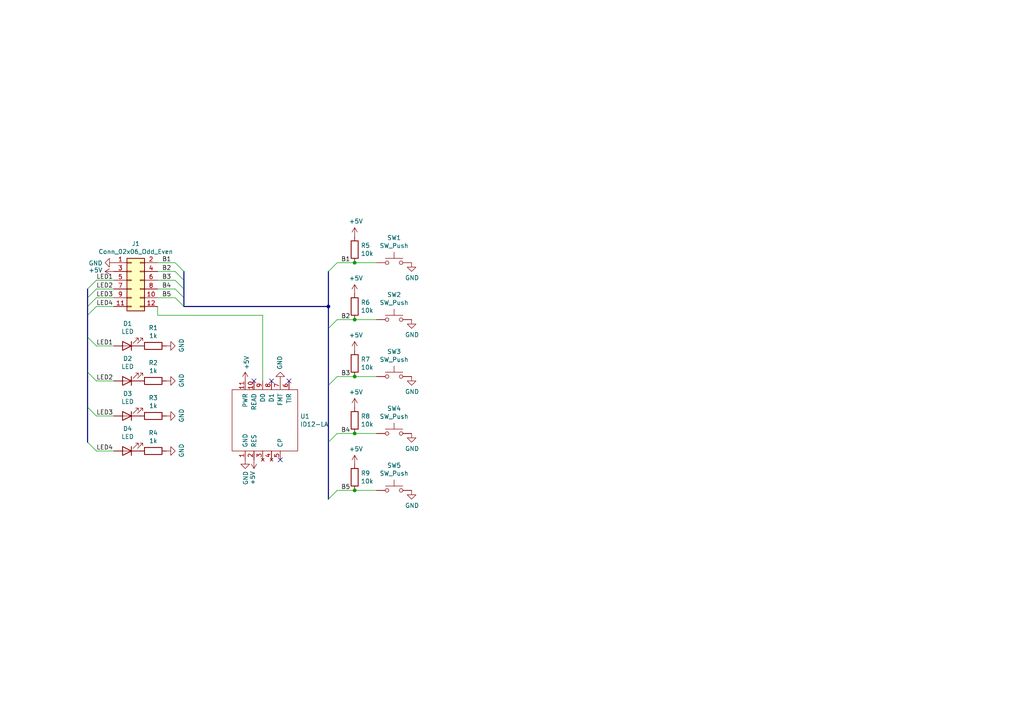
<source format=kicad_sch>
(kicad_sch (version 20211123) (generator eeschema)
  (paper "A4")
  (lib_symbols
    (symbol "Connector_Generic:Conn_02x06_Odd_Even" (pin_names (offset 1.016) hide)
      (property "Reference" "J" (at 1.27 7.62 0))
      (property "Value" "Conn_02x06_Odd_Even" (at 1.27 -10.16 0))
      (symbol "Conn_02x06_Odd_Even_1_1"
        (rectangle (start -1.27 -7.493) (end 0 -7.747) (stroke (width 0.1524)))
        (rectangle (start -1.27 -4.953) (end 0 -5.207) (stroke (width 0.1524)))
        (rectangle (start -1.27 -2.413) (end 0 -2.667) (stroke (width 0.1524)))
        (rectangle (start -1.27 0.127) (end 0 -0.127) (stroke (width 0.1524)))
        (rectangle (start -1.27 2.667) (end 0 2.413) (stroke (width 0.1524)))
        (rectangle (start -1.27 5.207) (end 0 4.953) (stroke (width 0.1524)))
        (rectangle (start -1.27 6.35) (end 3.81 -8.89) (stroke (width 0.254)) (fill (type background)))
        (rectangle (start 3.81 -7.493) (end 2.54 -7.747) (stroke (width 0.1524)))
        (rectangle (start 3.81 -4.953) (end 2.54 -5.207) (stroke (width 0.1524)))
        (rectangle (start 3.81 -2.413) (end 2.54 -2.667) (stroke (width 0.1524)))
        (rectangle (start 3.81 0.127) (end 2.54 -0.127) (stroke (width 0.1524)))
        (rectangle (start 3.81 2.667) (end 2.54 2.413) (stroke (width 0.1524)))
        (rectangle (start 3.81 5.207) (end 2.54 4.953) (stroke (width 0.1524)))
        (pin passive line (at -5.08 5.08 0) (length 3.81) (name "Pin_1") (number "1"))
        (pin passive line (at 7.62 -5.08 180) (length 3.81) (name "Pin_10") (number "10"))
        (pin passive line (at -5.08 -7.62 0) (length 3.81) (name "Pin_11") (number "11"))
        (pin passive line (at 7.62 -7.62 180) (length 3.81) (name "Pin_12") (number "12"))
        (pin passive line (at 7.62 5.08 180) (length 3.81) (name "Pin_2") (number "2"))
        (pin passive line (at -5.08 2.54 0) (length 3.81) (name "Pin_3") (number "3"))
        (pin passive line (at 7.62 2.54 180) (length 3.81) (name "Pin_4") (number "4"))
        (pin passive line (at -5.08 0 0) (length 3.81) (name "Pin_5") (number "5"))
        (pin passive line (at 7.62 0 180) (length 3.81) (name "Pin_6") (number "6"))
        (pin passive line (at -5.08 -2.54 0) (length 3.81) (name "Pin_7") (number "7"))
        (pin passive line (at 7.62 -2.54 180) (length 3.81) (name "Pin_8") (number "8"))
        (pin passive line (at -5.08 -5.08 0) (length 3.81) (name "Pin_9") (number "9"))
      )
    )
    (symbol "Device:LED" (pin_numbers hide) (pin_names (offset 1.016) hide)
      (property "Reference" "D" (at 0 2.54 0))
      (property "Value" "LED" (at 0 -2.54 0))
      (symbol "LED_0_1"
        (polyline (pts (xy -1.27 -1.27) (xy -1.27 1.27)) (stroke (width 0.254)))
        (polyline (pts (xy -1.27 0) (xy 1.27 0)))
        (polyline (pts (xy 1.27 -1.27) (xy 1.27 1.27) (xy -1.27 0) (xy 1.27 -1.27)) (stroke (width 0.254)))
        (polyline (pts (xy -3.048 -0.762) (xy -4.572 -2.286) (xy -3.81 -2.286) (xy -4.572 -2.286) (xy -4.572 -1.524)))
        (polyline (pts (xy -1.778 -0.762) (xy -3.302 -2.286) (xy -2.54 -2.286) (xy -3.302 -2.286) (xy -3.302 -1.524)))
      )
      (symbol "LED_1_1"
        (pin passive line (at -3.81 0 0) (length 2.54) (name "K") (number "1"))
        (pin passive line (at 3.81 0 180) (length 2.54) (name "A") (number "2"))
      )
    )
    (symbol "Device:R" (pin_numbers hide) (pin_names (offset 0))
      (property "Reference" "R" (at 2.032 0 90))
      (property "Value" "R" (at 0 0 90))
      (symbol "R_0_1"
        (rectangle (start -1.016 -2.54) (end 1.016 2.54) (stroke (width 0.254)))
      )
      (symbol "R_1_1"
        (pin passive line (at 0 3.81 270) (length 1.27) (name "~") (number "1"))
        (pin passive line (at 0 -3.81 90) (length 1.27) (name "~") (number "2"))
      )
    )
    (symbol "SMM:ID12-LA" (pin_names (offset 1.016))
      (property "Reference" "U" (at 0 0 0))
      (property "Value" "ID12-LA" (at 0 11.43 90))
      (symbol "ID12-LA_0_1"
        (rectangle (start -8.89 1.27) (end 8.89 20.32))
      )
      (symbol "ID12-LA_1_1"
        (pin power_in line (at -11.43 16.51 0) (length 2.54) (name "GND") (number "1"))
        (pin output line (at 11.43 13.97 180) (length 2.54) (name "READ") (number "10"))
        (pin power_in line (at 11.43 16.51 180) (length 2.54) (name "PWR") (number "11"))
        (pin input line (at -11.43 13.97 0) (length 2.54) (name "RES") (number "2"))
        (pin no_connect line (at -11.43 11.43 0) (length 2.54) (name "~") (number "3"))
        (pin no_connect line (at -11.43 8.89 0) (length 2.54) (name "~") (number "4"))
        (pin input line (at -11.43 6.35 0) (length 2.54) (name "CP") (number "5"))
        (pin output line (at 11.43 3.81 180) (length 2.54) (name "TIR") (number "6"))
        (pin input line (at 11.43 6.35 180) (length 2.54) (name "FMT") (number "7"))
        (pin output line (at 11.43 8.89 180) (length 2.54) (name "D1") (number "8"))
        (pin output line (at 11.43 11.43 180) (length 2.54) (name "D0") (number "9"))
      )
    )
    (symbol "Switch:SW_Push" (pin_numbers hide) (pin_names (offset 1.016) hide)
      (property "Reference" "SW" (at 1.27 2.54 0))
      (property "Value" "SW_Push" (at 0 -1.524 0))
      (symbol "SW_Push_0_1"
        (circle (center -2.032 0) (radius 0.508))
        (polyline (pts (xy 0 1.27) (xy 0 3.048)))
        (polyline (pts (xy 2.54 1.27) (xy -2.54 1.27)))
        (circle (center 2.032 0) (radius 0.508))
        (pin passive line (at -5.08 0 0) (length 2.54) (name "1") (number "1"))
        (pin passive line (at 5.08 0 180) (length 2.54) (name "2") (number "2"))
      )
    )
    (symbol "power:+5V" (power) (pin_names (offset 0))
      (property "Value" "+5V" (at 0 3.556 0))
      (symbol "+5V_0_1"
        (polyline (pts (xy -0.762 1.27) (xy 0 2.54)))
        (polyline (pts (xy 0 0) (xy 0 2.54)))
        (polyline (pts (xy 0 2.54) (xy 0.762 1.27)))
      )
      (symbol "+5V_1_1"
        (pin power_in line (at 0 0 90) (length 0) hide (name "+5V") (number "1"))
      )
    )
    (symbol "power:GND" (power) (pin_names (offset 0))
      (property "Value" "GND" (at 0 -3.81 0))
      (symbol "GND_0_1"
        (polyline (pts (xy 0 0) (xy 0 -1.27) (xy 1.27 -1.27) (xy 0 -2.54) (xy -1.27 -1.27) (xy 0 -1.27)))
      )
      (symbol "GND_1_1"
        (pin power_in line (at 0 0 270) (length 0) hide (name "GND") (number "1"))
      )
    )
  )
  (junction (at 102.87 109.22))
  (junction (at 102.87 142.24))
  (junction (at 102.87 76.2))
  (junction (at 102.87 92.71))
  (junction (at 95.25 88.9))
  (junction (at 102.87 125.73))
  (no_connect (at 73.66 110.49))
  (no_connect (at 83.82 110.49))
  (no_connect (at 78.74 110.49))
  (no_connect (at 81.28 133.35))
  (bus_entry (at 97.79 109.22) (size -2.54 2.54))
  (bus_entry (at 50.8 86.36) (size 2.54 2.54))
  (bus_entry (at 50.8 81.28) (size 2.54 2.54))
  (bus_entry (at 97.79 92.71) (size -2.54 2.54))
  (bus_entry (at 97.79 76.2) (size -2.54 2.54))
  (bus_entry (at 27.94 120.65) (size -2.54 -2.54))
  (bus_entry (at 27.94 110.49) (size -2.54 -2.54))
  (bus_entry (at 27.94 130.81) (size -2.54 -2.54))
  (bus_entry (at 50.8 83.82) (size 2.54 2.54))
  (bus_entry (at 27.94 86.36) (size -2.54 2.54))
  (bus_entry (at 97.79 125.73) (size -2.54 2.54))
  (bus_entry (at 27.94 83.82) (size -2.54 2.54))
  (bus_entry (at 27.94 100.33) (size -2.54 -2.54))
  (bus_entry (at 97.79 142.24) (size -2.54 2.54))
  (bus_entry (at 50.8 78.74) (size 2.54 2.54))
  (bus_entry (at 27.94 81.28) (size -2.54 2.54))
  (bus_entry (at 50.8 76.2) (size 2.54 2.54))
  (bus_entry (at 27.94 88.9) (size -2.54 2.54))
  (wire (pts (xy 97.79 109.22) (xy 102.87 109.22)))
  (bus (pts (xy 53.34 88.9) (xy 95.25 88.9)))
  (bus (pts (xy 25.4 118.11) (xy 25.4 128.27)))
  (wire (pts (xy 97.79 142.24) (xy 102.87 142.24)))
  (wire (pts (xy 102.87 92.71) (xy 109.22 92.71)))
  (bus (pts (xy 53.34 81.28) (xy 53.34 83.82)))
  (wire (pts (xy 97.79 92.71) (xy 102.87 92.71)))
  (bus (pts (xy 25.4 107.95) (xy 25.4 118.11)))
  (wire (pts (xy 76.2 91.44) (xy 45.72 91.44)))
  (wire (pts (xy 102.87 142.24) (xy 109.22 142.24)))
  (wire (pts (xy 27.94 88.9) (xy 33.02 88.9)))
  (wire (pts (xy 102.87 125.73) (xy 109.22 125.73)))
  (wire (pts (xy 97.79 76.2) (xy 102.87 76.2)))
  (wire (pts (xy 27.94 100.33) (xy 33.02 100.33)))
  (wire (pts (xy 27.94 81.28) (xy 33.02 81.28)))
  (bus (pts (xy 95.25 128.27) (xy 95.25 144.78)))
  (bus (pts (xy 25.4 86.36) (xy 25.4 88.9)))
  (wire (pts (xy 102.87 109.22) (xy 109.22 109.22)))
  (bus (pts (xy 95.25 111.76) (xy 95.25 128.27)))
  (bus (pts (xy 95.25 78.74) (xy 95.25 88.9)))
  (bus (pts (xy 95.25 95.25) (xy 95.25 111.76)))
  (wire (pts (xy 50.8 76.2) (xy 45.72 76.2)))
  (bus (pts (xy 25.4 88.9) (xy 25.4 91.44)))
  (wire (pts (xy 27.94 83.82) (xy 33.02 83.82)))
  (bus (pts (xy 53.34 86.36) (xy 53.34 88.9)))
  (bus (pts (xy 53.34 78.74) (xy 53.34 81.28)))
  (wire (pts (xy 45.72 91.44) (xy 45.72 88.9)))
  (bus (pts (xy 25.4 91.44) (xy 25.4 97.79)))
  (wire (pts (xy 27.94 120.65) (xy 33.02 120.65)))
  (wire (pts (xy 27.94 130.81) (xy 33.02 130.81)))
  (bus (pts (xy 25.4 83.82) (xy 25.4 86.36)))
  (wire (pts (xy 97.79 125.73) (xy 102.87 125.73)))
  (wire (pts (xy 102.87 76.2) (xy 109.22 76.2)))
  (wire (pts (xy 27.94 86.36) (xy 33.02 86.36)))
  (bus (pts (xy 95.25 88.9) (xy 95.25 95.25)))
  (bus (pts (xy 25.4 97.79) (xy 25.4 107.95)))
  (bus (pts (xy 53.34 83.82) (xy 53.34 86.36)))
  (wire (pts (xy 50.8 78.74) (xy 45.72 78.74)))
  (wire (pts (xy 76.2 110.49) (xy 76.2 91.44)))
  (wire (pts (xy 50.8 81.28) (xy 45.72 81.28)))
  (wire (pts (xy 27.94 110.49) (xy 33.02 110.49)))
  (wire (pts (xy 50.8 83.82) (xy 45.72 83.82)))
  (wire (pts (xy 50.8 86.36) (xy 45.72 86.36)))
  (label "B5" (at 46.99 86.36 0))
  (label "LED2" (at 27.94 110.49 0))
  (label "B5" (at 101.6 142.24 180))
  (label "LED3" (at 27.94 86.36 0))
  (label "B1" (at 101.6 76.2 180))
  (label "LED4" (at 27.94 88.9 0))
  (label "LED2" (at 27.94 83.82 0))
  (label "B4" (at 46.99 83.82 0))
  (label "B1" (at 46.99 76.2 0))
  (label "LED1" (at 27.94 100.33 0))
  (label "LED1" (at 27.94 81.28 0))
  (label "LED4" (at 27.94 130.81 0))
  (label "B3" (at 46.99 81.28 0))
  (label "B2" (at 101.6 92.71 180))
  (label "B3" (at 101.6 109.22 180))
  (label "B4" (at 101.6 125.73 180))
  (label "LED3" (at 27.94 120.65 0))
  (label "B2" (at 46.99 78.74 0))
  (symbol (lib_id "Switch:SW_Push") (at 114.3 76.2 0) (unit 1)
    (property "Reference" "SW1" (at 114.3 68.961 0))
    (property "Value" "SW_Push" (at 114.3 71.2724 0))
    (property "Footprint" "Button_Switch_THT:SW_PUSH_6mm_H4.3mm" (effects hide))
  )
  (symbol (lib_id "Device:R") (at 102.87 72.39 0) (unit 1)
    (property "Reference" "R5" (at 104.648 71.2216 0) (effects (justify left)))
    (property "Value" "10k" (at 104.648 73.533 0) (effects (justify left)))
    (property "Footprint" "Resistor_THT:R_Axial_DIN0207_L6.3mm_D2.5mm_P10.16mm_Horizontal" (effects hide))
  )
  (symbol (lib_id "power:+5V") (at 102.87 68.58 0) (unit 1)
    (property "Reference" "#PWR0101" (effects hide))
    (property "Value" "+5V" (at 103.251 64.1858 0))
  )
  (symbol (lib_id "power:GND") (at 119.38 76.2 0) (unit 1)
    (property "Reference" "#PWR0102" (effects hide))
    (property "Value" "GND" (at 119.507 80.5942 0))
  )
  (symbol (lib_id "Connector_Generic:Conn_02x06_Odd_Even") (at 38.1 81.28 0) (unit 1)
    (property "Reference" "J1" (at 39.37 70.6882 0))
    (property "Value" "Conn_02x06_Odd_Even" (at 39.37 72.9996 0))
    (property "Footprint" "Connector_PinHeader_2.54mm:PinHeader_2x06_P2.54mm_Vertical" (effects hide))
  )
  (symbol (lib_id "power:GND") (at 33.02 76.2 270) (unit 1)
    (property "Reference" "#PWR0103" (effects hide))
    (property "Value" "GND" (at 29.7688 76.327 90) (effects (justify right)))
  )
  (symbol (lib_id "Switch:SW_Push") (at 114.3 92.71 0) (unit 1)
    (property "Reference" "SW2" (at 114.3 85.471 0))
    (property "Value" "SW_Push" (at 114.3 87.7824 0))
    (property "Footprint" "Button_Switch_THT:SW_PUSH_6mm_H4.3mm" (effects hide))
  )
  (symbol (lib_id "power:+5V") (at 102.87 85.09 0) (unit 1)
    (property "Reference" "#PWR0104" (effects hide))
    (property "Value" "+5V" (at 103.251 80.6958 0))
  )
  (symbol (lib_id "power:GND") (at 119.38 92.71 0) (unit 1)
    (property "Reference" "#PWR0105" (effects hide))
    (property "Value" "GND" (at 119.507 97.1042 0))
  )
  (symbol (lib_id "power:GND") (at 71.12 133.35 0) (unit 1)
    (property "Reference" "#PWR0117" (effects hide))
    (property "Value" "GND" (at 71.247 136.6012 90) (effects (justify right)))
  )
  (symbol (lib_id "power:+5V") (at 73.66 133.35 180) (unit 1)
    (property "Reference" "#PWR0118" (effects hide))
    (property "Value" "+5V" (at 73.279 136.6012 90) (effects (justify left)))
  )
  (symbol (lib_id "power:GND") (at 81.28 110.49 180) (unit 1)
    (property "Reference" "#PWR0119" (effects hide))
    (property "Value" "GND" (at 81.153 107.2388 90) (effects (justify right)))
  )
  (symbol (lib_id "Switch:SW_Push") (at 114.3 109.22 0) (unit 1)
    (property "Reference" "SW3" (at 114.3 101.981 0))
    (property "Value" "SW_Push" (at 114.3 104.2924 0))
    (property "Footprint" "Button_Switch_THT:SW_PUSH_6mm_H4.3mm" (effects hide))
  )
  (symbol (lib_id "power:+5V") (at 102.87 101.6 0) (unit 1)
    (property "Reference" "#PWR0106" (effects hide))
    (property "Value" "+5V" (at 103.251 97.2058 0))
  )
  (symbol (lib_id "power:GND") (at 119.38 109.22 0) (unit 1)
    (property "Reference" "#PWR0107" (effects hide))
    (property "Value" "GND" (at 119.507 113.6142 0))
  )
  (symbol (lib_id "power:+5V") (at 71.12 110.49 0) (unit 1)
    (property "Reference" "#PWR0120" (effects hide))
    (property "Value" "+5V" (at 71.501 107.2388 90) (effects (justify left)))
  )
  (symbol (lib_id "Switch:SW_Push") (at 114.3 125.73 0) (unit 1)
    (property "Reference" "SW4" (at 114.3 118.491 0))
    (property "Value" "SW_Push" (at 114.3 120.8024 0))
    (property "Footprint" "Button_Switch_THT:SW_PUSH_6mm_H4.3mm" (effects hide))
  )
  (symbol (lib_id "Device:R") (at 102.87 121.92 0) (unit 1)
    (property "Reference" "R8" (at 104.648 120.7516 0) (effects (justify left)))
    (property "Value" "10k" (at 104.648 123.063 0) (effects (justify left)))
    (property "Footprint" "Resistor_THT:R_Axial_DIN0207_L6.3mm_D2.5mm_P10.16mm_Horizontal" (effects hide))
  )
  (symbol (lib_id "power:+5V") (at 102.87 118.11 0) (unit 1)
    (property "Reference" "#PWR0108" (effects hide))
    (property "Value" "+5V" (at 103.251 113.7158 0))
  )
  (symbol (lib_id "power:GND") (at 119.38 125.73 0) (unit 1)
    (property "Reference" "#PWR0109" (effects hide))
    (property "Value" "GND" (at 119.507 130.1242 0))
  )
  (symbol (lib_id "Switch:SW_Push") (at 114.3 142.24 0) (unit 1)
    (property "Reference" "SW5" (at 114.3 135.001 0))
    (property "Value" "SW_Push" (at 114.3 137.3124 0))
    (property "Footprint" "Button_Switch_THT:SW_PUSH_6mm_H4.3mm" (effects hide))
  )
  (symbol (lib_id "Device:R") (at 102.87 138.43 0) (unit 1)
    (property "Reference" "R9" (at 104.648 137.2616 0) (effects (justify left)))
    (property "Value" "10k" (at 104.648 139.573 0) (effects (justify left)))
    (property "Footprint" "Resistor_THT:R_Axial_DIN0207_L6.3mm_D2.5mm_P10.16mm_Horizontal" (effects hide))
  )
  (symbol (lib_id "power:+5V") (at 102.87 134.62 0) (unit 1)
    (property "Reference" "#PWR0110" (effects hide))
    (property "Value" "+5V" (at 103.251 130.2258 0))
  )
  (symbol (lib_id "power:GND") (at 119.38 142.24 0) (unit 1)
    (property "Reference" "#PWR0111" (effects hide))
    (property "Value" "GND" (at 119.507 146.6342 0))
  )
  (symbol (lib_id "SMM:ID12-LA") (at 87.63 121.92 90) (unit 1)
    (property "Reference" "U1" (at 87.0712 120.7516 90) (effects (justify right)))
    (property "Value" "ID12-LA" (at 87.0712 123.063 90) (effects (justify right)))
    (property "Footprint" "SMM:ID-12LA" (effects hide))
  )
  (symbol (lib_id "Device:R") (at 102.87 88.9 0) (unit 1)
    (property "Reference" "R6" (at 104.648 87.7316 0) (effects (justify left)))
    (property "Value" "10k" (at 104.648 90.043 0) (effects (justify left)))
    (property "Footprint" "Resistor_THT:R_Axial_DIN0207_L6.3mm_D2.5mm_P10.16mm_Horizontal" (effects hide))
  )
  (symbol (lib_id "Device:R") (at 102.87 105.41 0) (unit 1)
    (property "Reference" "R7" (at 104.648 104.2416 0) (effects (justify left)))
    (property "Value" "10k" (at 104.648 106.553 0) (effects (justify left)))
    (property "Footprint" "Resistor_THT:R_Axial_DIN0207_L6.3mm_D2.5mm_P10.16mm_Horizontal" (effects hide))
  )
  (symbol (lib_id "Device:LED") (at 36.83 100.33 180) (unit 1)
    (property "Reference" "D1" (at 37.0078 93.853 0))
    (property "Value" "LED" (at 37.0078 96.1644 0))
    (property "Footprint" "LED_THT:LED_D3.0mm" (effects hide))
  )
  (symbol (lib_id "Device:R") (at 44.45 100.33 270) (unit 1)
    (property "Reference" "R1" (at 44.45 95.0722 90))
    (property "Value" "1k" (at 44.45 97.3836 90))
    (property "Footprint" "Resistor_THT:R_Axial_DIN0207_L6.3mm_D2.5mm_P10.16mm_Horizontal" (effects hide))
  )
  (symbol (lib_id "power:GND") (at 48.26 100.33 90) (unit 1)
    (property "Reference" "#PWR0112" (effects hide))
    (property "Value" "GND" (at 52.6542 100.203 0))
  )
  (symbol (lib_id "Device:LED") (at 36.83 110.49 180) (unit 1)
    (property "Reference" "D2" (at 37.0078 104.013 0))
    (property "Value" "LED" (at 37.0078 106.3244 0))
    (property "Footprint" "LED_THT:LED_D3.0mm" (effects hide))
  )
  (symbol (lib_id "Device:R") (at 44.45 110.49 270) (unit 1)
    (property "Reference" "R2" (at 44.45 105.2322 90))
    (property "Value" "1k" (at 44.45 107.5436 90))
    (property "Footprint" "Resistor_THT:R_Axial_DIN0207_L6.3mm_D2.5mm_P10.16mm_Horizontal" (effects hide))
  )
  (symbol (lib_id "power:GND") (at 48.26 110.49 90) (unit 1)
    (property "Reference" "#PWR0113" (effects hide))
    (property "Value" "GND" (at 52.6542 110.363 0))
  )
  (symbol (lib_id "Device:LED") (at 36.83 120.65 180) (unit 1)
    (property "Reference" "D3" (at 37.0078 114.173 0))
    (property "Value" "LED" (at 37.0078 116.4844 0))
    (property "Footprint" "LED_THT:LED_D3.0mm" (effects hide))
  )
  (symbol (lib_id "Device:R") (at 44.45 120.65 270) (unit 1)
    (property "Reference" "R3" (at 44.45 115.3922 90))
    (property "Value" "1k" (at 44.45 117.7036 90))
    (property "Footprint" "Resistor_THT:R_Axial_DIN0207_L6.3mm_D2.5mm_P10.16mm_Horizontal" (effects hide))
  )
  (symbol (lib_id "power:GND") (at 48.26 120.65 90) (unit 1)
    (property "Reference" "#PWR0114" (effects hide))
    (property "Value" "GND" (at 52.6542 120.523 0))
  )
  (symbol (lib_id "Device:LED") (at 36.83 130.81 180) (unit 1)
    (property "Reference" "D4" (at 37.0078 124.333 0))
    (property "Value" "LED" (at 37.0078 126.6444 0))
    (property "Footprint" "LED_THT:LED_D3.0mm" (effects hide))
  )
  (symbol (lib_id "Device:R") (at 44.45 130.81 270) (unit 1)
    (property "Reference" "R4" (at 44.45 125.5522 90))
    (property "Value" "1k" (at 44.45 127.8636 90))
    (property "Footprint" "Resistor_THT:R_Axial_DIN0207_L6.3mm_D2.5mm_P10.16mm_Horizontal" (effects hide))
  )
  (symbol (lib_id "power:GND") (at 48.26 130.81 90) (unit 1)
    (property "Reference" "#PWR0115" (effects hide))
    (property "Value" "GND" (at 52.6542 130.683 0))
  )
  (symbol (lib_id "power:+5V") (at 33.02 78.74 90) (unit 1)
    (property "Reference" "#PWR0116" (effects hide))
    (property "Value" "+5V" (at 29.7688 78.359 90) (effects (justify left)))
  )
)
</source>
